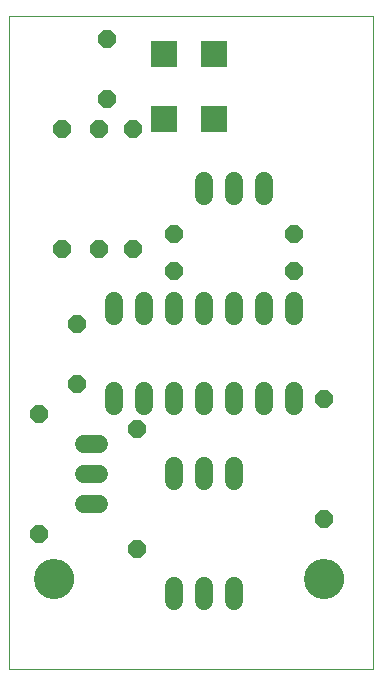
<source format=gts>
G75*
%MOIN*%
%OFA0B0*%
%FSLAX25Y25*%
%IPPOS*%
%LPD*%
%AMOC8*
5,1,8,0,0,1.08239X$1,22.5*
%
%ADD10C,0.00000*%
%ADD11C,0.13398*%
%ADD12OC8,0.06000*%
%ADD13R,0.09068X0.09068*%
%ADD14C,0.06000*%
D10*
X0001800Y0001800D02*
X0001800Y0219261D01*
X0123001Y0219261D01*
X0123001Y0001800D01*
X0001800Y0001800D01*
X0010501Y0031800D02*
X0010503Y0031958D01*
X0010509Y0032116D01*
X0010519Y0032274D01*
X0010533Y0032432D01*
X0010551Y0032589D01*
X0010572Y0032746D01*
X0010598Y0032902D01*
X0010628Y0033058D01*
X0010661Y0033213D01*
X0010699Y0033366D01*
X0010740Y0033519D01*
X0010785Y0033671D01*
X0010834Y0033822D01*
X0010887Y0033971D01*
X0010943Y0034119D01*
X0011003Y0034265D01*
X0011067Y0034410D01*
X0011135Y0034553D01*
X0011206Y0034695D01*
X0011280Y0034835D01*
X0011358Y0034972D01*
X0011440Y0035108D01*
X0011524Y0035242D01*
X0011613Y0035373D01*
X0011704Y0035502D01*
X0011799Y0035629D01*
X0011896Y0035754D01*
X0011997Y0035876D01*
X0012101Y0035995D01*
X0012208Y0036112D01*
X0012318Y0036226D01*
X0012431Y0036337D01*
X0012546Y0036446D01*
X0012664Y0036551D01*
X0012785Y0036653D01*
X0012908Y0036753D01*
X0013034Y0036849D01*
X0013162Y0036942D01*
X0013292Y0037032D01*
X0013425Y0037118D01*
X0013560Y0037202D01*
X0013696Y0037281D01*
X0013835Y0037358D01*
X0013976Y0037430D01*
X0014118Y0037500D01*
X0014262Y0037565D01*
X0014408Y0037627D01*
X0014555Y0037685D01*
X0014704Y0037740D01*
X0014854Y0037791D01*
X0015005Y0037838D01*
X0015157Y0037881D01*
X0015310Y0037920D01*
X0015465Y0037956D01*
X0015620Y0037987D01*
X0015776Y0038015D01*
X0015932Y0038039D01*
X0016089Y0038059D01*
X0016247Y0038075D01*
X0016404Y0038087D01*
X0016563Y0038095D01*
X0016721Y0038099D01*
X0016879Y0038099D01*
X0017037Y0038095D01*
X0017196Y0038087D01*
X0017353Y0038075D01*
X0017511Y0038059D01*
X0017668Y0038039D01*
X0017824Y0038015D01*
X0017980Y0037987D01*
X0018135Y0037956D01*
X0018290Y0037920D01*
X0018443Y0037881D01*
X0018595Y0037838D01*
X0018746Y0037791D01*
X0018896Y0037740D01*
X0019045Y0037685D01*
X0019192Y0037627D01*
X0019338Y0037565D01*
X0019482Y0037500D01*
X0019624Y0037430D01*
X0019765Y0037358D01*
X0019904Y0037281D01*
X0020040Y0037202D01*
X0020175Y0037118D01*
X0020308Y0037032D01*
X0020438Y0036942D01*
X0020566Y0036849D01*
X0020692Y0036753D01*
X0020815Y0036653D01*
X0020936Y0036551D01*
X0021054Y0036446D01*
X0021169Y0036337D01*
X0021282Y0036226D01*
X0021392Y0036112D01*
X0021499Y0035995D01*
X0021603Y0035876D01*
X0021704Y0035754D01*
X0021801Y0035629D01*
X0021896Y0035502D01*
X0021987Y0035373D01*
X0022076Y0035242D01*
X0022160Y0035108D01*
X0022242Y0034972D01*
X0022320Y0034835D01*
X0022394Y0034695D01*
X0022465Y0034553D01*
X0022533Y0034410D01*
X0022597Y0034265D01*
X0022657Y0034119D01*
X0022713Y0033971D01*
X0022766Y0033822D01*
X0022815Y0033671D01*
X0022860Y0033519D01*
X0022901Y0033366D01*
X0022939Y0033213D01*
X0022972Y0033058D01*
X0023002Y0032902D01*
X0023028Y0032746D01*
X0023049Y0032589D01*
X0023067Y0032432D01*
X0023081Y0032274D01*
X0023091Y0032116D01*
X0023097Y0031958D01*
X0023099Y0031800D01*
X0023097Y0031642D01*
X0023091Y0031484D01*
X0023081Y0031326D01*
X0023067Y0031168D01*
X0023049Y0031011D01*
X0023028Y0030854D01*
X0023002Y0030698D01*
X0022972Y0030542D01*
X0022939Y0030387D01*
X0022901Y0030234D01*
X0022860Y0030081D01*
X0022815Y0029929D01*
X0022766Y0029778D01*
X0022713Y0029629D01*
X0022657Y0029481D01*
X0022597Y0029335D01*
X0022533Y0029190D01*
X0022465Y0029047D01*
X0022394Y0028905D01*
X0022320Y0028765D01*
X0022242Y0028628D01*
X0022160Y0028492D01*
X0022076Y0028358D01*
X0021987Y0028227D01*
X0021896Y0028098D01*
X0021801Y0027971D01*
X0021704Y0027846D01*
X0021603Y0027724D01*
X0021499Y0027605D01*
X0021392Y0027488D01*
X0021282Y0027374D01*
X0021169Y0027263D01*
X0021054Y0027154D01*
X0020936Y0027049D01*
X0020815Y0026947D01*
X0020692Y0026847D01*
X0020566Y0026751D01*
X0020438Y0026658D01*
X0020308Y0026568D01*
X0020175Y0026482D01*
X0020040Y0026398D01*
X0019904Y0026319D01*
X0019765Y0026242D01*
X0019624Y0026170D01*
X0019482Y0026100D01*
X0019338Y0026035D01*
X0019192Y0025973D01*
X0019045Y0025915D01*
X0018896Y0025860D01*
X0018746Y0025809D01*
X0018595Y0025762D01*
X0018443Y0025719D01*
X0018290Y0025680D01*
X0018135Y0025644D01*
X0017980Y0025613D01*
X0017824Y0025585D01*
X0017668Y0025561D01*
X0017511Y0025541D01*
X0017353Y0025525D01*
X0017196Y0025513D01*
X0017037Y0025505D01*
X0016879Y0025501D01*
X0016721Y0025501D01*
X0016563Y0025505D01*
X0016404Y0025513D01*
X0016247Y0025525D01*
X0016089Y0025541D01*
X0015932Y0025561D01*
X0015776Y0025585D01*
X0015620Y0025613D01*
X0015465Y0025644D01*
X0015310Y0025680D01*
X0015157Y0025719D01*
X0015005Y0025762D01*
X0014854Y0025809D01*
X0014704Y0025860D01*
X0014555Y0025915D01*
X0014408Y0025973D01*
X0014262Y0026035D01*
X0014118Y0026100D01*
X0013976Y0026170D01*
X0013835Y0026242D01*
X0013696Y0026319D01*
X0013560Y0026398D01*
X0013425Y0026482D01*
X0013292Y0026568D01*
X0013162Y0026658D01*
X0013034Y0026751D01*
X0012908Y0026847D01*
X0012785Y0026947D01*
X0012664Y0027049D01*
X0012546Y0027154D01*
X0012431Y0027263D01*
X0012318Y0027374D01*
X0012208Y0027488D01*
X0012101Y0027605D01*
X0011997Y0027724D01*
X0011896Y0027846D01*
X0011799Y0027971D01*
X0011704Y0028098D01*
X0011613Y0028227D01*
X0011524Y0028358D01*
X0011440Y0028492D01*
X0011358Y0028628D01*
X0011280Y0028765D01*
X0011206Y0028905D01*
X0011135Y0029047D01*
X0011067Y0029190D01*
X0011003Y0029335D01*
X0010943Y0029481D01*
X0010887Y0029629D01*
X0010834Y0029778D01*
X0010785Y0029929D01*
X0010740Y0030081D01*
X0010699Y0030234D01*
X0010661Y0030387D01*
X0010628Y0030542D01*
X0010598Y0030698D01*
X0010572Y0030854D01*
X0010551Y0031011D01*
X0010533Y0031168D01*
X0010519Y0031326D01*
X0010509Y0031484D01*
X0010503Y0031642D01*
X0010501Y0031800D01*
X0100501Y0031800D02*
X0100503Y0031958D01*
X0100509Y0032116D01*
X0100519Y0032274D01*
X0100533Y0032432D01*
X0100551Y0032589D01*
X0100572Y0032746D01*
X0100598Y0032902D01*
X0100628Y0033058D01*
X0100661Y0033213D01*
X0100699Y0033366D01*
X0100740Y0033519D01*
X0100785Y0033671D01*
X0100834Y0033822D01*
X0100887Y0033971D01*
X0100943Y0034119D01*
X0101003Y0034265D01*
X0101067Y0034410D01*
X0101135Y0034553D01*
X0101206Y0034695D01*
X0101280Y0034835D01*
X0101358Y0034972D01*
X0101440Y0035108D01*
X0101524Y0035242D01*
X0101613Y0035373D01*
X0101704Y0035502D01*
X0101799Y0035629D01*
X0101896Y0035754D01*
X0101997Y0035876D01*
X0102101Y0035995D01*
X0102208Y0036112D01*
X0102318Y0036226D01*
X0102431Y0036337D01*
X0102546Y0036446D01*
X0102664Y0036551D01*
X0102785Y0036653D01*
X0102908Y0036753D01*
X0103034Y0036849D01*
X0103162Y0036942D01*
X0103292Y0037032D01*
X0103425Y0037118D01*
X0103560Y0037202D01*
X0103696Y0037281D01*
X0103835Y0037358D01*
X0103976Y0037430D01*
X0104118Y0037500D01*
X0104262Y0037565D01*
X0104408Y0037627D01*
X0104555Y0037685D01*
X0104704Y0037740D01*
X0104854Y0037791D01*
X0105005Y0037838D01*
X0105157Y0037881D01*
X0105310Y0037920D01*
X0105465Y0037956D01*
X0105620Y0037987D01*
X0105776Y0038015D01*
X0105932Y0038039D01*
X0106089Y0038059D01*
X0106247Y0038075D01*
X0106404Y0038087D01*
X0106563Y0038095D01*
X0106721Y0038099D01*
X0106879Y0038099D01*
X0107037Y0038095D01*
X0107196Y0038087D01*
X0107353Y0038075D01*
X0107511Y0038059D01*
X0107668Y0038039D01*
X0107824Y0038015D01*
X0107980Y0037987D01*
X0108135Y0037956D01*
X0108290Y0037920D01*
X0108443Y0037881D01*
X0108595Y0037838D01*
X0108746Y0037791D01*
X0108896Y0037740D01*
X0109045Y0037685D01*
X0109192Y0037627D01*
X0109338Y0037565D01*
X0109482Y0037500D01*
X0109624Y0037430D01*
X0109765Y0037358D01*
X0109904Y0037281D01*
X0110040Y0037202D01*
X0110175Y0037118D01*
X0110308Y0037032D01*
X0110438Y0036942D01*
X0110566Y0036849D01*
X0110692Y0036753D01*
X0110815Y0036653D01*
X0110936Y0036551D01*
X0111054Y0036446D01*
X0111169Y0036337D01*
X0111282Y0036226D01*
X0111392Y0036112D01*
X0111499Y0035995D01*
X0111603Y0035876D01*
X0111704Y0035754D01*
X0111801Y0035629D01*
X0111896Y0035502D01*
X0111987Y0035373D01*
X0112076Y0035242D01*
X0112160Y0035108D01*
X0112242Y0034972D01*
X0112320Y0034835D01*
X0112394Y0034695D01*
X0112465Y0034553D01*
X0112533Y0034410D01*
X0112597Y0034265D01*
X0112657Y0034119D01*
X0112713Y0033971D01*
X0112766Y0033822D01*
X0112815Y0033671D01*
X0112860Y0033519D01*
X0112901Y0033366D01*
X0112939Y0033213D01*
X0112972Y0033058D01*
X0113002Y0032902D01*
X0113028Y0032746D01*
X0113049Y0032589D01*
X0113067Y0032432D01*
X0113081Y0032274D01*
X0113091Y0032116D01*
X0113097Y0031958D01*
X0113099Y0031800D01*
X0113097Y0031642D01*
X0113091Y0031484D01*
X0113081Y0031326D01*
X0113067Y0031168D01*
X0113049Y0031011D01*
X0113028Y0030854D01*
X0113002Y0030698D01*
X0112972Y0030542D01*
X0112939Y0030387D01*
X0112901Y0030234D01*
X0112860Y0030081D01*
X0112815Y0029929D01*
X0112766Y0029778D01*
X0112713Y0029629D01*
X0112657Y0029481D01*
X0112597Y0029335D01*
X0112533Y0029190D01*
X0112465Y0029047D01*
X0112394Y0028905D01*
X0112320Y0028765D01*
X0112242Y0028628D01*
X0112160Y0028492D01*
X0112076Y0028358D01*
X0111987Y0028227D01*
X0111896Y0028098D01*
X0111801Y0027971D01*
X0111704Y0027846D01*
X0111603Y0027724D01*
X0111499Y0027605D01*
X0111392Y0027488D01*
X0111282Y0027374D01*
X0111169Y0027263D01*
X0111054Y0027154D01*
X0110936Y0027049D01*
X0110815Y0026947D01*
X0110692Y0026847D01*
X0110566Y0026751D01*
X0110438Y0026658D01*
X0110308Y0026568D01*
X0110175Y0026482D01*
X0110040Y0026398D01*
X0109904Y0026319D01*
X0109765Y0026242D01*
X0109624Y0026170D01*
X0109482Y0026100D01*
X0109338Y0026035D01*
X0109192Y0025973D01*
X0109045Y0025915D01*
X0108896Y0025860D01*
X0108746Y0025809D01*
X0108595Y0025762D01*
X0108443Y0025719D01*
X0108290Y0025680D01*
X0108135Y0025644D01*
X0107980Y0025613D01*
X0107824Y0025585D01*
X0107668Y0025561D01*
X0107511Y0025541D01*
X0107353Y0025525D01*
X0107196Y0025513D01*
X0107037Y0025505D01*
X0106879Y0025501D01*
X0106721Y0025501D01*
X0106563Y0025505D01*
X0106404Y0025513D01*
X0106247Y0025525D01*
X0106089Y0025541D01*
X0105932Y0025561D01*
X0105776Y0025585D01*
X0105620Y0025613D01*
X0105465Y0025644D01*
X0105310Y0025680D01*
X0105157Y0025719D01*
X0105005Y0025762D01*
X0104854Y0025809D01*
X0104704Y0025860D01*
X0104555Y0025915D01*
X0104408Y0025973D01*
X0104262Y0026035D01*
X0104118Y0026100D01*
X0103976Y0026170D01*
X0103835Y0026242D01*
X0103696Y0026319D01*
X0103560Y0026398D01*
X0103425Y0026482D01*
X0103292Y0026568D01*
X0103162Y0026658D01*
X0103034Y0026751D01*
X0102908Y0026847D01*
X0102785Y0026947D01*
X0102664Y0027049D01*
X0102546Y0027154D01*
X0102431Y0027263D01*
X0102318Y0027374D01*
X0102208Y0027488D01*
X0102101Y0027605D01*
X0101997Y0027724D01*
X0101896Y0027846D01*
X0101799Y0027971D01*
X0101704Y0028098D01*
X0101613Y0028227D01*
X0101524Y0028358D01*
X0101440Y0028492D01*
X0101358Y0028628D01*
X0101280Y0028765D01*
X0101206Y0028905D01*
X0101135Y0029047D01*
X0101067Y0029190D01*
X0101003Y0029335D01*
X0100943Y0029481D01*
X0100887Y0029629D01*
X0100834Y0029778D01*
X0100785Y0029929D01*
X0100740Y0030081D01*
X0100699Y0030234D01*
X0100661Y0030387D01*
X0100628Y0030542D01*
X0100598Y0030698D01*
X0100572Y0030854D01*
X0100551Y0031011D01*
X0100533Y0031168D01*
X0100519Y0031326D01*
X0100509Y0031484D01*
X0100503Y0031642D01*
X0100501Y0031800D01*
D11*
X0106800Y0031800D03*
X0016800Y0031800D03*
D12*
X0011800Y0046800D03*
X0011800Y0086800D03*
X0024300Y0096800D03*
X0024300Y0116800D03*
X0019300Y0141800D03*
X0031800Y0141800D03*
X0043050Y0141800D03*
X0056800Y0146800D03*
X0056800Y0134300D03*
X0043050Y0181800D03*
X0034300Y0191800D03*
X0031800Y0181800D03*
X0019300Y0181800D03*
X0034300Y0211800D03*
X0096800Y0146800D03*
X0096800Y0134300D03*
X0106800Y0091800D03*
X0106800Y0051800D03*
X0044300Y0041800D03*
X0044300Y0081800D03*
D13*
X0053532Y0185146D03*
X0053532Y0206800D03*
X0070068Y0206800D03*
X0070068Y0185146D03*
D14*
X0066800Y0164400D02*
X0066800Y0159200D01*
X0076800Y0159200D02*
X0076800Y0164400D01*
X0086800Y0164400D02*
X0086800Y0159200D01*
X0086800Y0124400D02*
X0086800Y0119200D01*
X0096800Y0119200D02*
X0096800Y0124400D01*
X0096800Y0094400D02*
X0096800Y0089200D01*
X0086800Y0089200D02*
X0086800Y0094400D01*
X0076800Y0094400D02*
X0076800Y0089200D01*
X0076800Y0069400D02*
X0076800Y0064200D01*
X0066800Y0064200D02*
X0066800Y0069400D01*
X0056800Y0069400D02*
X0056800Y0064200D01*
X0056800Y0089200D02*
X0056800Y0094400D01*
X0066800Y0094400D02*
X0066800Y0089200D01*
X0066800Y0119200D02*
X0066800Y0124400D01*
X0056800Y0124400D02*
X0056800Y0119200D01*
X0046800Y0119200D02*
X0046800Y0124400D01*
X0036800Y0124400D02*
X0036800Y0119200D01*
X0036800Y0094400D02*
X0036800Y0089200D01*
X0031900Y0076800D02*
X0026700Y0076800D01*
X0026700Y0066800D02*
X0031900Y0066800D01*
X0031900Y0056800D02*
X0026700Y0056800D01*
X0046800Y0089200D02*
X0046800Y0094400D01*
X0076800Y0119200D02*
X0076800Y0124400D01*
X0076800Y0029400D02*
X0076800Y0024200D01*
X0066800Y0024200D02*
X0066800Y0029400D01*
X0056800Y0029400D02*
X0056800Y0024200D01*
M02*

</source>
